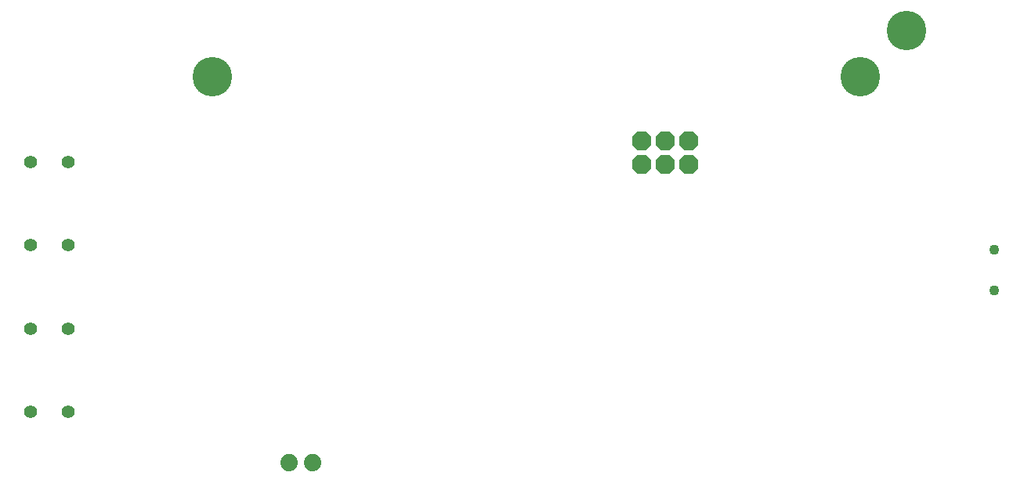
<source format=gbr>
G04 EAGLE Gerber RS-274X export*
G75*
%MOMM*%
%FSLAX34Y34*%
%LPD*%
%INSoldermask Bottom*%
%IPPOS*%
%AMOC8*
5,1,8,0,0,1.08239X$1,22.5*%
G01*
%ADD10C,1.103200*%
%ADD11P,2.254402X8X202.500000*%
%ADD12C,1.403200*%
%ADD13C,1.879600*%
%ADD14C,4.267200*%


D10*
X1054100Y282800D03*
X1054100Y326800D03*
D11*
X723900Y444500D03*
X723900Y419100D03*
X698500Y444500D03*
X698500Y419100D03*
X673100Y444500D03*
X673100Y419100D03*
D12*
X12700Y421640D03*
X52700Y421640D03*
X12700Y331470D03*
X52700Y331470D03*
X12700Y241300D03*
X52700Y241300D03*
X12700Y151130D03*
X52700Y151130D03*
D13*
X317500Y96200D03*
X292100Y96200D03*
D14*
X958800Y563400D03*
X908800Y513400D03*
X208800Y513400D03*
M02*

</source>
